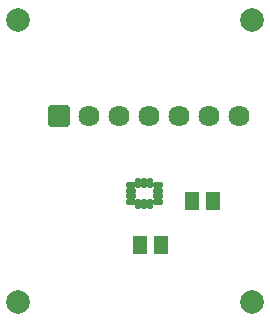
<source format=gts>
G04 #@! TF.GenerationSoftware,KiCad,Pcbnew,7.0.10*
G04 #@! TF.CreationDate,2024-03-13T20:42:49-05:00*
G04 #@! TF.ProjectId,445_Left_Forearm,3434355f-4c65-4667-945f-466f72656172,rev?*
G04 #@! TF.SameCoordinates,Original*
G04 #@! TF.FileFunction,Soldermask,Top*
G04 #@! TF.FilePolarity,Negative*
%FSLAX46Y46*%
G04 Gerber Fmt 4.6, Leading zero omitted, Abs format (unit mm)*
G04 Created by KiCad (PCBNEW 7.0.10) date 2024-03-13 20:42:49*
%MOMM*%
%LPD*%
G01*
G04 APERTURE LIST*
G04 Aperture macros list*
%AMRoundRect*
0 Rectangle with rounded corners*
0 $1 Rounding radius*
0 $2 $3 $4 $5 $6 $7 $8 $9 X,Y pos of 4 corners*
0 Add a 4 corners polygon primitive as box body*
4,1,4,$2,$3,$4,$5,$6,$7,$8,$9,$2,$3,0*
0 Add four circle primitives for the rounded corners*
1,1,$1+$1,$2,$3*
1,1,$1+$1,$4,$5*
1,1,$1+$1,$6,$7*
1,1,$1+$1,$8,$9*
0 Add four rect primitives between the rounded corners*
20,1,$1+$1,$2,$3,$4,$5,0*
20,1,$1+$1,$4,$5,$6,$7,0*
20,1,$1+$1,$6,$7,$8,$9,0*
20,1,$1+$1,$8,$9,$2,$3,0*%
G04 Aperture macros list end*
%ADD10RoundRect,0.102000X0.525000X0.690000X-0.525000X0.690000X-0.525000X-0.690000X0.525000X-0.690000X0*%
%ADD11RoundRect,0.102000X-0.795000X-0.795000X0.795000X-0.795000X0.795000X0.795000X-0.795000X0.795000X0*%
%ADD12C,1.794000*%
%ADD13C,2.000000*%
%ADD14RoundRect,0.102000X-0.525000X-0.690000X0.525000X-0.690000X0.525000X0.690000X-0.525000X0.690000X0*%
%ADD15RoundRect,0.102000X-0.300000X-0.175000X0.300000X-0.175000X0.300000X0.175000X-0.300000X0.175000X0*%
%ADD16RoundRect,0.102000X0.175000X-0.300000X0.175000X0.300000X-0.175000X0.300000X-0.175000X-0.300000X0*%
G04 APERTURE END LIST*
D10*
X149861000Y-94488000D03*
X148081000Y-94488000D03*
D11*
X141224000Y-83566000D03*
D12*
X143764000Y-83566000D03*
X146304000Y-83566000D03*
X148844000Y-83566000D03*
X151384000Y-83566000D03*
X153924000Y-83566000D03*
X156464000Y-83566000D03*
D13*
X137795000Y-75438000D03*
X157607000Y-75438000D03*
D14*
X152526000Y-90805000D03*
X154306000Y-90805000D03*
D13*
X157607000Y-99314000D03*
D15*
X147303000Y-89420000D03*
X147303000Y-89920000D03*
X147303000Y-90420000D03*
X147303000Y-90920000D03*
D16*
X147963000Y-91080000D03*
X148463000Y-91080000D03*
X148963000Y-91080000D03*
D15*
X149623000Y-90920000D03*
X149623000Y-90420000D03*
X149623000Y-89920000D03*
X149623000Y-89420000D03*
D16*
X148963000Y-89260000D03*
X148463000Y-89260000D03*
X147963000Y-89260000D03*
D13*
X137795000Y-99314000D03*
M02*

</source>
